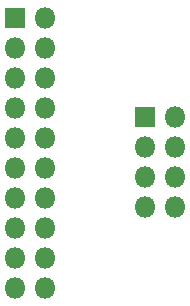
<source format=gbs>
%TF.GenerationSoftware,KiCad,Pcbnew,(5.1.6-0-10_14)*%
%TF.CreationDate,2022-06-04T16:36:40-05:00*%
%TF.ProjectId,programmer_adapter_v2,70726f67-7261-46d6-9d65-725f61646170,rev?*%
%TF.SameCoordinates,Original*%
%TF.FileFunction,Soldermask,Bot*%
%TF.FilePolarity,Negative*%
%FSLAX46Y46*%
G04 Gerber Fmt 4.6, Leading zero omitted, Abs format (unit mm)*
G04 Created by KiCad (PCBNEW (5.1.6-0-10_14)) date 2022-06-04 16:36:40*
%MOMM*%
%LPD*%
G01*
G04 APERTURE LIST*
%ADD10R,1.800000X1.800000*%
%ADD11O,1.800000X1.800000*%
G04 APERTURE END LIST*
D10*
X69230000Y-54530000D03*
D11*
X71770000Y-54530000D03*
X69230000Y-57070000D03*
X71770000Y-57070000D03*
X69230000Y-59610000D03*
X71770000Y-59610000D03*
X69230000Y-62150000D03*
X71770000Y-62150000D03*
X69230000Y-64690000D03*
X71770000Y-64690000D03*
X69230000Y-67230000D03*
X71770000Y-67230000D03*
X69230000Y-69770000D03*
X71770000Y-69770000D03*
X69230000Y-72310000D03*
X71770000Y-72310000D03*
X69230000Y-74850000D03*
X71770000Y-74850000D03*
X69230000Y-77390000D03*
X71770000Y-77390000D03*
D10*
X80240000Y-62920000D03*
D11*
X82780000Y-62920000D03*
X80240000Y-65460000D03*
X82780000Y-65460000D03*
X80240000Y-68000000D03*
X82780000Y-68000000D03*
X80240000Y-70540000D03*
X82780000Y-70540000D03*
M02*

</source>
